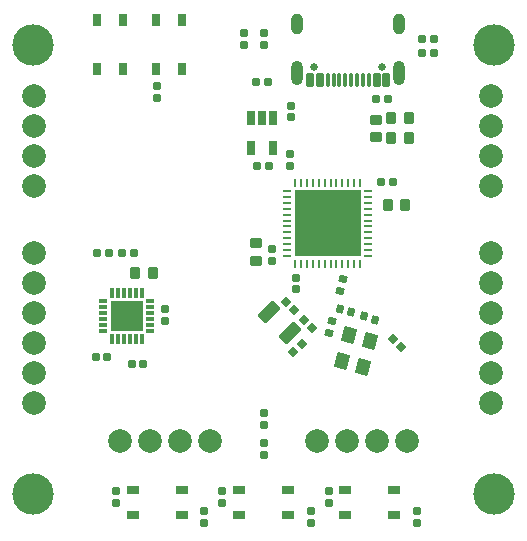
<source format=gbr>
%TF.GenerationSoftware,Altium Limited,Altium Designer,24.5.2 (23)*%
G04 Layer_Color=255*
%FSLAX45Y45*%
%MOMM*%
%TF.SameCoordinates,5BA462C2-C504-45FF-B61C-4F2A3F915A71*%
%TF.FilePolarity,Positive*%
%TF.FileFunction,Pads,Top*%
%TF.Part,Single*%
G01*
G75*
%TA.AperFunction,SMDPad,CuDef*%
G04:AMPARAMS|DCode=11|XSize=0.6mm|YSize=0.7mm|CornerRadius=0.075mm|HoleSize=0mm|Usage=FLASHONLY|Rotation=75.000|XOffset=0mm|YOffset=0mm|HoleType=Round|Shape=RoundedRectangle|*
%AMROUNDEDRECTD11*
21,1,0.60000,0.55000,0,0,75.0*
21,1,0.45000,0.70000,0,0,75.0*
1,1,0.15000,0.32387,0.14616*
1,1,0.15000,0.20740,-0.28851*
1,1,0.15000,-0.32387,-0.14616*
1,1,0.15000,-0.20740,0.28851*
%
%ADD11ROUNDEDRECTD11*%
%TA.AperFunction,ConnectorPad*%
%ADD12R,1.05000X0.65000*%
%TA.AperFunction,SMDPad,CuDef*%
%ADD13R,2.70000X2.60000*%
%ADD14R,0.80000X0.35000*%
%ADD15R,0.35000X0.85000*%
G04:AMPARAMS|DCode=16|XSize=0.6mm|YSize=0.7mm|CornerRadius=0.075mm|HoleSize=0mm|Usage=FLASHONLY|Rotation=180.000|XOffset=0mm|YOffset=0mm|HoleType=Round|Shape=RoundedRectangle|*
%AMROUNDEDRECTD16*
21,1,0.60000,0.55000,0,0,180.0*
21,1,0.45000,0.70000,0,0,180.0*
1,1,0.15000,-0.22500,0.27500*
1,1,0.15000,0.22500,0.27500*
1,1,0.15000,0.22500,-0.27500*
1,1,0.15000,-0.22500,-0.27500*
%
%ADD16ROUNDEDRECTD16*%
G04:AMPARAMS|DCode=17|XSize=0.6mm|YSize=0.7mm|CornerRadius=0.075mm|HoleSize=0mm|Usage=FLASHONLY|Rotation=90.000|XOffset=0mm|YOffset=0mm|HoleType=Round|Shape=RoundedRectangle|*
%AMROUNDEDRECTD17*
21,1,0.60000,0.55000,0,0,90.0*
21,1,0.45000,0.70000,0,0,90.0*
1,1,0.15000,0.27500,0.22500*
1,1,0.15000,0.27500,-0.22500*
1,1,0.15000,-0.27500,-0.22500*
1,1,0.15000,-0.27500,0.22500*
%
%ADD17ROUNDEDRECTD17*%
G04:AMPARAMS|DCode=18|XSize=0.8mm|YSize=1mm|CornerRadius=0.1mm|HoleSize=0mm|Usage=FLASHONLY|Rotation=180.000|XOffset=0mm|YOffset=0mm|HoleType=Round|Shape=RoundedRectangle|*
%AMROUNDEDRECTD18*
21,1,0.80000,0.80000,0,0,180.0*
21,1,0.60000,1.00000,0,0,180.0*
1,1,0.20000,-0.30000,0.40000*
1,1,0.20000,0.30000,0.40000*
1,1,0.20000,0.30000,-0.40000*
1,1,0.20000,-0.30000,-0.40000*
%
%ADD18ROUNDEDRECTD18*%
%ADD19O,0.25000X0.80000*%
%ADD20O,0.80000X0.25000*%
%ADD21R,5.60000X5.60000*%
G04:AMPARAMS|DCode=22|XSize=0.6mm|YSize=0.7mm|CornerRadius=0.075mm|HoleSize=0mm|Usage=FLASHONLY|Rotation=315.000|XOffset=0mm|YOffset=0mm|HoleType=Round|Shape=RoundedRectangle|*
%AMROUNDEDRECTD22*
21,1,0.60000,0.55000,0,0,315.0*
21,1,0.45000,0.70000,0,0,315.0*
1,1,0.15000,-0.03536,-0.35355*
1,1,0.15000,-0.35355,-0.03536*
1,1,0.15000,0.03536,0.35355*
1,1,0.15000,0.35355,0.03536*
%
%ADD22ROUNDEDRECTD22*%
%TA.AperFunction,TestPad*%
G04:AMPARAMS|DCode=23|XSize=0.3mm|YSize=1.15mm|CornerRadius=0.0375mm|HoleSize=0mm|Usage=FLASHONLY|Rotation=180.000|XOffset=0mm|YOffset=0mm|HoleType=Round|Shape=RoundedRectangle|*
%AMROUNDEDRECTD23*
21,1,0.30000,1.07500,0,0,180.0*
21,1,0.22500,1.15000,0,0,180.0*
1,1,0.07500,-0.11250,0.53750*
1,1,0.07500,0.11250,0.53750*
1,1,0.07500,0.11250,-0.53750*
1,1,0.07500,-0.11250,-0.53750*
%
%ADD23ROUNDEDRECTD23*%
G04:AMPARAMS|DCode=24|XSize=0.6mm|YSize=1.15mm|CornerRadius=0.075mm|HoleSize=0mm|Usage=FLASHONLY|Rotation=180.000|XOffset=0mm|YOffset=0mm|HoleType=Round|Shape=RoundedRectangle|*
%AMROUNDEDRECTD24*
21,1,0.60000,1.00000,0,0,180.0*
21,1,0.45000,1.15000,0,0,180.0*
1,1,0.15000,-0.22500,0.50000*
1,1,0.15000,0.22500,0.50000*
1,1,0.15000,0.22500,-0.50000*
1,1,0.15000,-0.22500,-0.50000*
%
%ADD24ROUNDEDRECTD24*%
%TA.AperFunction,ConnectorPad*%
%ADD25R,0.65000X1.05000*%
%TA.AperFunction,SMDPad,CuDef*%
G04:AMPARAMS|DCode=26|XSize=0.6mm|YSize=0.7mm|CornerRadius=0.075mm|HoleSize=0mm|Usage=FLASHONLY|Rotation=45.000|XOffset=0mm|YOffset=0mm|HoleType=Round|Shape=RoundedRectangle|*
%AMROUNDEDRECTD26*
21,1,0.60000,0.55000,0,0,45.0*
21,1,0.45000,0.70000,0,0,45.0*
1,1,0.15000,0.35355,-0.03536*
1,1,0.15000,0.03536,-0.35355*
1,1,0.15000,-0.35355,0.03536*
1,1,0.15000,-0.03536,0.35355*
%
%ADD26ROUNDEDRECTD26*%
G04:AMPARAMS|DCode=27|XSize=1mm|YSize=1.8mm|CornerRadius=0.05mm|HoleSize=0mm|Usage=FLASHONLY|Rotation=135.000|XOffset=0mm|YOffset=0mm|HoleType=Round|Shape=RoundedRectangle|*
%AMROUNDEDRECTD27*
21,1,1.00000,1.70000,0,0,135.0*
21,1,0.90000,1.80000,0,0,135.0*
1,1,0.10000,0.28284,0.91924*
1,1,0.10000,0.91924,0.28284*
1,1,0.10000,-0.28284,-0.91924*
1,1,0.10000,-0.91924,-0.28284*
%
%ADD27ROUNDEDRECTD27*%
G04:AMPARAMS|DCode=28|XSize=1.3mm|YSize=1.1mm|CornerRadius=0.055mm|HoleSize=0mm|Usage=FLASHONLY|Rotation=255.000|XOffset=0mm|YOffset=0mm|HoleType=Round|Shape=RoundedRectangle|*
%AMROUNDEDRECTD28*
21,1,1.30000,0.99000,0,0,255.0*
21,1,1.19000,1.10000,0,0,255.0*
1,1,0.11000,-0.63213,-0.44661*
1,1,0.11000,-0.32414,0.70284*
1,1,0.11000,0.63213,0.44661*
1,1,0.11000,0.32414,-0.70284*
%
%ADD28ROUNDEDRECTD28*%
G04:AMPARAMS|DCode=29|XSize=0.8mm|YSize=1mm|CornerRadius=0.1mm|HoleSize=0mm|Usage=FLASHONLY|Rotation=270.000|XOffset=0mm|YOffset=0mm|HoleType=Round|Shape=RoundedRectangle|*
%AMROUNDEDRECTD29*
21,1,0.80000,0.80000,0,0,270.0*
21,1,0.60000,1.00000,0,0,270.0*
1,1,0.20000,-0.40000,-0.30000*
1,1,0.20000,-0.40000,0.30000*
1,1,0.20000,0.40000,0.30000*
1,1,0.20000,0.40000,-0.30000*
%
%ADD29ROUNDEDRECTD29*%
%ADD30R,0.65000X1.25000*%
G04:AMPARAMS|DCode=31|XSize=0.6mm|YSize=0.7mm|CornerRadius=0.075mm|HoleSize=0mm|Usage=FLASHONLY|Rotation=345.000|XOffset=0mm|YOffset=0mm|HoleType=Round|Shape=RoundedRectangle|*
%AMROUNDEDRECTD31*
21,1,0.60000,0.55000,0,0,345.0*
21,1,0.45000,0.70000,0,0,345.0*
1,1,0.15000,0.14616,-0.32387*
1,1,0.15000,-0.28851,-0.20740*
1,1,0.15000,-0.14616,0.32387*
1,1,0.15000,0.28851,0.20740*
%
%ADD31ROUNDEDRECTD31*%
%TA.AperFunction,ViaPad*%
%ADD41C,3.50000*%
%TA.AperFunction,ComponentPad*%
%ADD42C,2.00000*%
%TA.AperFunction,TestPad*%
%ADD43O,1.00000X2.10000*%
%ADD44C,0.65000*%
%ADD45O,1.00000X1.80000*%
D11*
X7544559Y9019204D02*
D03*
X7570441Y9115797D02*
D03*
X7454959Y8662904D02*
D03*
X7480841Y8759497D02*
D03*
D12*
X8007500Y7117500D02*
D03*
X7592500D02*
D03*
X8007500Y7332499D02*
D03*
X7592500D02*
D03*
X7107500Y7117500D02*
D03*
X6692500D02*
D03*
X7107500Y7332499D02*
D03*
X6692500D02*
D03*
X6207500Y7117500D02*
D03*
X5792500D02*
D03*
X6207500Y7332499D02*
D03*
X5792500D02*
D03*
D13*
X5742500Y8805000D02*
D03*
D14*
X5942500Y8680000D02*
D03*
Y8730000D02*
D03*
Y8780000D02*
D03*
Y8830000D02*
D03*
Y8880000D02*
D03*
Y8930000D02*
D03*
X5542500Y8680000D02*
D03*
Y8730000D02*
D03*
Y8780000D02*
D03*
Y8830000D02*
D03*
Y8880000D02*
D03*
Y8930000D02*
D03*
D15*
X5867500Y9002500D02*
D03*
X5817500D02*
D03*
X5767500D02*
D03*
X5717500D02*
D03*
X5667500D02*
D03*
X5617500D02*
D03*
X5867500Y8607500D02*
D03*
X5817500D02*
D03*
X5767500D02*
D03*
X5717500D02*
D03*
X5667500D02*
D03*
X5617500D02*
D03*
D16*
X5590000Y9335000D02*
D03*
X5490000D02*
D03*
X5700000D02*
D03*
X5800000D02*
D03*
X5477500Y8457500D02*
D03*
X5577500D02*
D03*
X5882501Y8397500D02*
D03*
X5782501D02*
D03*
X7955000Y10640000D02*
D03*
X7855000D02*
D03*
X6845000Y10072500D02*
D03*
X6945000D02*
D03*
X7897500Y9942500D02*
D03*
X7997500D02*
D03*
X6837500Y10782500D02*
D03*
X6937500D02*
D03*
X8245000Y11147500D02*
D03*
X8345000D02*
D03*
X8245000Y11032500D02*
D03*
X8345000D02*
D03*
D17*
X6065000Y8865001D02*
D03*
Y8765001D02*
D03*
X5995000Y10752500D02*
D03*
Y10652500D02*
D03*
X6902500Y7879999D02*
D03*
Y7979999D02*
D03*
Y7730000D02*
D03*
Y7629999D02*
D03*
X8200000Y7050000D02*
D03*
Y7150000D02*
D03*
X5650000Y7325000D02*
D03*
Y7225000D02*
D03*
X6400000Y7050000D02*
D03*
Y7150000D02*
D03*
X6550000Y7325000D02*
D03*
Y7225000D02*
D03*
X7300000Y7050000D02*
D03*
Y7150000D02*
D03*
X7450000Y7325000D02*
D03*
Y7225000D02*
D03*
X7175800Y9029500D02*
D03*
Y9129500D02*
D03*
X7125000Y10072500D02*
D03*
Y10172500D02*
D03*
X6972600Y9270800D02*
D03*
Y9370800D02*
D03*
X7130000Y10485000D02*
D03*
Y10585000D02*
D03*
X6903750Y11096250D02*
D03*
Y11196250D02*
D03*
X6738750D02*
D03*
Y11096250D02*
D03*
D18*
X5812500Y9172500D02*
D03*
X5962500D02*
D03*
X8132500Y10477501D02*
D03*
X7982500D02*
D03*
X7950000Y9742500D02*
D03*
X8100000D02*
D03*
X7982500Y10310001D02*
D03*
X8132500D02*
D03*
D19*
X7167500Y9247500D02*
D03*
X7217500D02*
D03*
X7267500D02*
D03*
X7317500D02*
D03*
X7367500D02*
D03*
X7417500D02*
D03*
X7467500D02*
D03*
X7517500D02*
D03*
X7567500D02*
D03*
X7617500D02*
D03*
X7667500D02*
D03*
X7717500D02*
D03*
Y9927500D02*
D03*
X7667500D02*
D03*
X7617500D02*
D03*
X7567500D02*
D03*
X7517500D02*
D03*
X7467500D02*
D03*
X7417500D02*
D03*
X7367500D02*
D03*
X7317500D02*
D03*
X7267500D02*
D03*
X7217500D02*
D03*
X7167500D02*
D03*
D20*
X7782500Y9312500D02*
D03*
Y9362500D02*
D03*
Y9412500D02*
D03*
Y9462500D02*
D03*
Y9512500D02*
D03*
Y9562500D02*
D03*
Y9612500D02*
D03*
Y9662500D02*
D03*
Y9712500D02*
D03*
Y9762500D02*
D03*
Y9812500D02*
D03*
Y9862500D02*
D03*
X7102500D02*
D03*
Y9812500D02*
D03*
Y9762500D02*
D03*
Y9712500D02*
D03*
Y9662500D02*
D03*
Y9612500D02*
D03*
Y9562500D02*
D03*
Y9512500D02*
D03*
Y9462500D02*
D03*
Y9412500D02*
D03*
Y9362500D02*
D03*
Y9312500D02*
D03*
D21*
X7442500Y9587500D02*
D03*
D22*
X8062856Y8537855D02*
D03*
X7992146Y8608567D02*
D03*
X7242045Y8771956D02*
D03*
X7312756Y8701245D02*
D03*
X7089645Y8924356D02*
D03*
X7160356Y8853645D02*
D03*
D23*
X7642500Y10804751D02*
D03*
X7592500D02*
D03*
X7542500D02*
D03*
X7692500D02*
D03*
X7742500D02*
D03*
X7792500D02*
D03*
X7492500D02*
D03*
X7442500D02*
D03*
D24*
X7857500D02*
D03*
X7937500D02*
D03*
X7377500D02*
D03*
X7297500D02*
D03*
D25*
X6207500Y11307500D02*
D03*
Y10892500D02*
D03*
X5992500Y11307500D02*
D03*
Y10892500D02*
D03*
X5707500Y11307500D02*
D03*
Y10892500D02*
D03*
X5492500Y11307500D02*
D03*
Y10892500D02*
D03*
D26*
X7153145Y8498045D02*
D03*
X7223856Y8568756D02*
D03*
D27*
X6947712Y8837689D02*
D03*
X7124488Y8660912D02*
D03*
D28*
X7805327Y8594494D02*
D03*
X7621801Y8643670D02*
D03*
X7745799Y8372331D02*
D03*
X7562273Y8421506D02*
D03*
D29*
X6832900Y9270000D02*
D03*
Y9420000D02*
D03*
X7852500Y10467501D02*
D03*
Y10317501D02*
D03*
D30*
X6978601Y10229000D02*
D03*
X6790601D02*
D03*
Y10479000D02*
D03*
X6884601D02*
D03*
X6978601D02*
D03*
D31*
X7546604Y8863842D02*
D03*
X7643196Y8837960D02*
D03*
X7846396Y8774459D02*
D03*
X7749804Y8800341D02*
D03*
D41*
X4950000Y11100000D02*
D03*
Y7300000D02*
D03*
X8850000Y11100000D02*
D03*
Y7300000D02*
D03*
D42*
X4953000Y9334500D02*
D03*
Y9080500D02*
D03*
Y8826500D02*
D03*
Y8572500D02*
D03*
Y8064500D02*
D03*
Y8318500D02*
D03*
Y10668000D02*
D03*
Y10414000D02*
D03*
Y9906000D02*
D03*
Y10160000D02*
D03*
X8826500Y9334500D02*
D03*
Y9080500D02*
D03*
Y8826500D02*
D03*
Y8572500D02*
D03*
Y8064500D02*
D03*
Y8318500D02*
D03*
Y10668000D02*
D03*
Y10414000D02*
D03*
Y9906000D02*
D03*
Y10160000D02*
D03*
X7604000Y7750000D02*
D03*
X7350000D02*
D03*
X7858000D02*
D03*
X8112000D02*
D03*
X6450000D02*
D03*
X6196000D02*
D03*
X5688000D02*
D03*
X5942000D02*
D03*
D43*
X7185500Y10862251D02*
D03*
X8049500D02*
D03*
D44*
X7906500Y10912250D02*
D03*
X7328500D02*
D03*
D45*
X8049500Y11280250D02*
D03*
X7185500D02*
D03*
%TF.MD5,05251132f935ef673a1206beadb5e1f5*%
M02*

</source>
